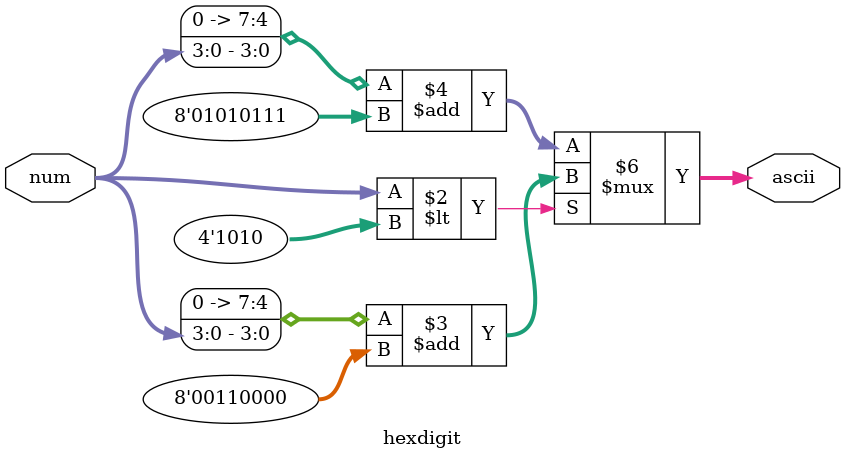
<source format=v>
`timescale 1ns/100ps

module divide_by_n(input clk,
	           input reset,
	           output reg out);
    parameter N = 2;
    localparam cwidth = $clog2(N - 1);
    reg [cwidth - 1:0] counter;

    always @(posedge clk) begin
	if (reset) begin
	    counter <= N - 1;
            out <= 1'b0;
	end else begin
	    if (counter == 0) begin
	        counter <= N - 1;
	    end else begin
	        counter <= counter - 1;
            end

            out <= (counter < (N >> 1)) ? 1'b1 : 1'b0;
        end
    end
endmodule

module resetter(input      clock,
                output     reset);
    parameter count_maxval = 255;
    localparam count_width = $clog2(count_maxval);

    reg [count_width - 1:0] reset_count;
    assign reset = (reset_count == count_maxval) ? 1'b0 : 1'b1;
    initial reset_count = 'h0;

    always @(posedge clock) begin
        reset_count <= (reset_count == count_maxval) ? count_maxval : reset_count + 'h01;
    end
endmodule

/**
 * Waits for "pulse_delay" clock cycles, then holds "pulse" high for "pulse_width" cycles.
 */
module pulse_one(input clock,
                 input reset,
                 output pulse);
    parameter pulse_delay = 511;
    parameter pulse_width = 15;
    localparam pulse_maxval = pulse_delay + pulse_width + 1;
    localparam pulse_bitwidth = $clog2(pulse_maxval);

    reg [pulse_bitwidth - 1 : 0] count;
    initial count = {{pulse_bitwidth{1'b0}}};

    assign pulse = ((count > pulse_delay) && (count < pulse_maxval));

    always @(posedge clock) begin
        if (!reset) begin
            count <= (count == pulse_maxval) ? pulse_maxval : count + 'h01;
        end else begin
            count <= {{pulse_bitwidth{1'b0}}};
        end
    end
endmodule

/**
 * input: 4'd12, output: 8'd99 (ascii for 'c')
 */
module hexdigit(input [3:0] num, output reg [7:0] ascii);
    always @* begin
        if (num < 4'd10) begin
            ascii = {4'h0, num} + 8'h30;
        end else begin
            ascii = {4'h0, num} + 8'h57;
        end
    end
endmodule

</source>
